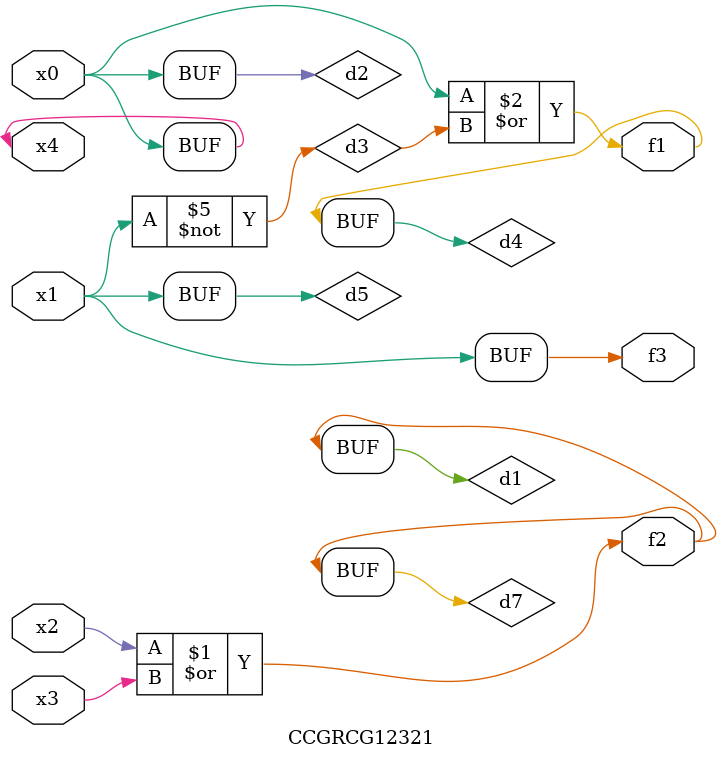
<source format=v>
module CCGRCG12321(
	input x0, x1, x2, x3, x4,
	output f1, f2, f3
);

	wire d1, d2, d3, d4, d5, d6, d7;

	or (d1, x2, x3);
	buf (d2, x0, x4);
	not (d3, x1);
	or (d4, d2, d3);
	not (d5, d3);
	nand (d6, d1, d3);
	or (d7, d1);
	assign f1 = d4;
	assign f2 = d7;
	assign f3 = d5;
endmodule

</source>
